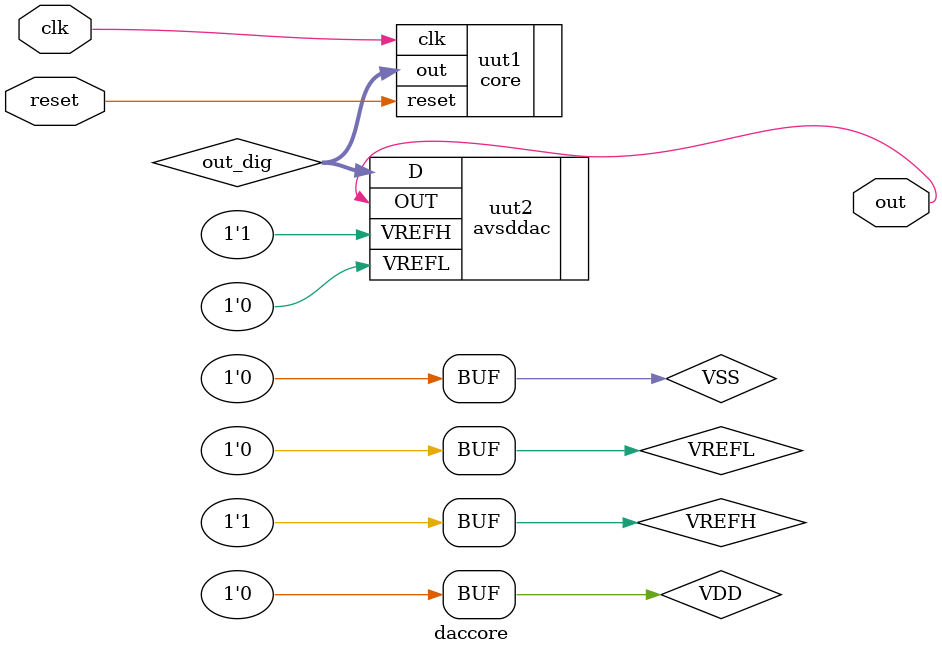
<source format=v>
module daccore(input clk,
               input reset, 
	       output wire out);

   wire [9:0] out_dig;
   wire VSS, VDD, VREFL, VREFH;

   assign VREFH = 3.3;
   assign VREFL = 0.0;
   assign VDD = 1.8;
   assign VSS = 0.0;

   core uut1(.clk(clk), .reset(reset), .out(out_dig));
   avsddac uut2(.OUT(out), .VREFH(VREFH), .VREFL(VREFL), .D(out_dig));

endmodule


</source>
